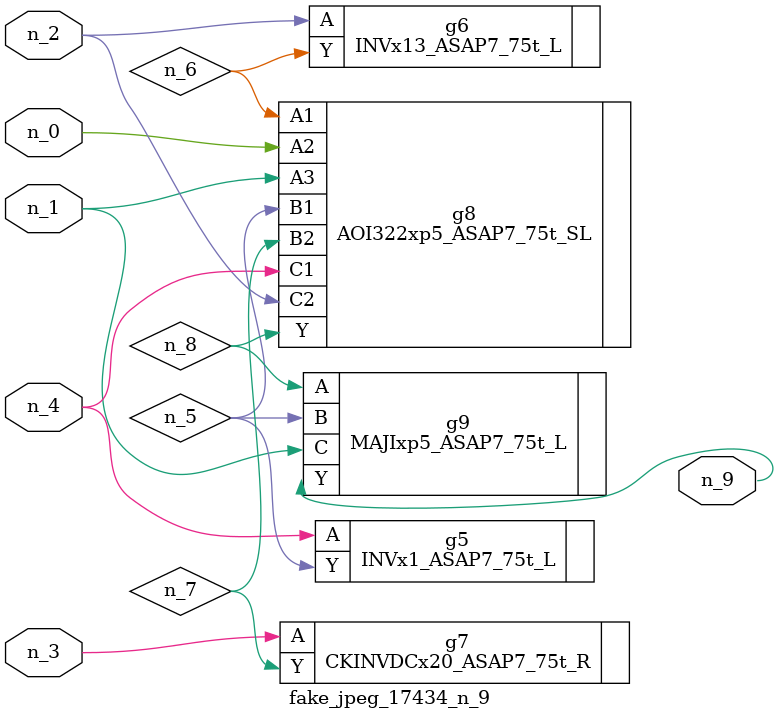
<source format=v>
module fake_jpeg_17434_n_9 (n_3, n_2, n_1, n_0, n_4, n_9);

input n_3;
input n_2;
input n_1;
input n_0;
input n_4;

output n_9;

wire n_8;
wire n_6;
wire n_5;
wire n_7;

INVx1_ASAP7_75t_L g5 ( 
.A(n_4),
.Y(n_5)
);

INVx13_ASAP7_75t_L g6 ( 
.A(n_2),
.Y(n_6)
);

CKINVDCx20_ASAP7_75t_R g7 ( 
.A(n_3),
.Y(n_7)
);

AOI322xp5_ASAP7_75t_SL g8 ( 
.A1(n_6),
.A2(n_0),
.A3(n_1),
.B1(n_5),
.B2(n_7),
.C1(n_4),
.C2(n_2),
.Y(n_8)
);

MAJIxp5_ASAP7_75t_L g9 ( 
.A(n_8),
.B(n_5),
.C(n_1),
.Y(n_9)
);


endmodule
</source>
